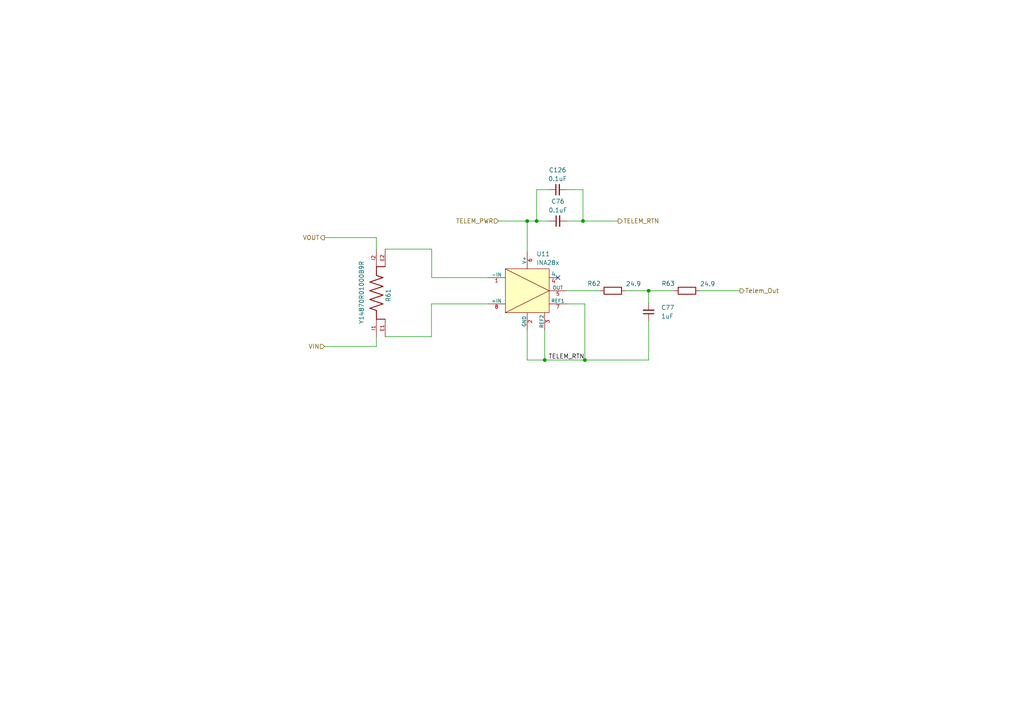
<source format=kicad_sch>
(kicad_sch
	(version 20250114)
	(generator "eeschema")
	(generator_version "9.0")
	(uuid "04b877f5-894a-48d4-b1cd-5a6888fed88f")
	(paper "A4")
	(lib_symbols
		(symbol "Foil_Resistors:Y14870R01000B9R"
			(pin_names
				(offset 1.016)
			)
			(exclude_from_sim no)
			(in_bom yes)
			(on_board yes)
			(property "Reference" "R"
				(at -5.08 3.81 0)
				(effects
					(font
						(size 1.27 1.27)
					)
					(justify left bottom)
				)
			)
			(property "Value" "Y14870R01000B9R"
				(at -5.08 -5.08 0)
				(effects
					(font
						(size 1.27 1.27)
					)
					(justify left bottom)
				)
			)
			(property "Footprint" "Foil_Resistors:Y14870R01000B9R_10mOhm"
				(at 0 0 0)
				(effects
					(font
						(size 1.27 1.27)
					)
					(justify bottom)
					(hide yes)
				)
			)
			(property "Datasheet" "https://vpgfoilresistors.com/products/current-sense-resistors/csm2512/datasheet"
				(at 0 0 0)
				(effects
					(font
						(size 1.27 1.27)
					)
					(hide yes)
				)
			)
			(property "Description" "10 mOhms ±0.1% 1W Chip Resistor 2512 (6432 Metric) Current Sense, Moisture Resistant Metal Foil"
				(at 0 0 0)
				(effects
					(font
						(size 1.27 1.27)
					)
					(hide yes)
				)
			)
			(property "Manufacturer" "Vishay"
				(at 0 0 0)
				(effects
					(font
						(size 1.27 1.27)
					)
					(justify bottom)
					(hide yes)
				)
			)
			(property "Man. Part Num" "Y14870R01000B9R"
				(at 0 0 0)
				(effects
					(font
						(size 1.27 1.27)
					)
					(hide yes)
				)
			)
			(property "Distributor" "Digi-Key"
				(at 0 0 0)
				(effects
					(font
						(size 1.27 1.27)
					)
					(hide yes)
				)
			)
			(property "Dist. Part Num" "804-1044-1-ND"
				(at 0 0 0)
				(effects
					(font
						(size 1.27 1.27)
					)
					(hide yes)
				)
			)
			(property "Part Type" "SMD"
				(at 0 0 0)
				(effects
					(font
						(size 1.27 1.27)
					)
					(hide yes)
				)
			)
			(property "Package" "2512 (6432 Metric)"
				(at 0 0 0)
				(effects
					(font
						(size 1.27 1.27)
					)
					(hide yes)
				)
			)
			(property "Notes" "10mOhm Resistance"
				(at 0 0 0)
				(effects
					(font
						(size 1.27 1.27)
					)
					(hide yes)
				)
			)
			(symbol "Y14870R01000B9R_0_0"
				(polyline
					(pts
						(xy -7.62 0) (xy -7.62 -2.54)
					)
					(stroke
						(width 0.254)
						(type default)
					)
					(fill
						(type none)
					)
				)
				(polyline
					(pts
						(xy -5.08 0) (xy -7.62 0)
					)
					(stroke
						(width 0.254)
						(type default)
					)
					(fill
						(type none)
					)
				)
				(polyline
					(pts
						(xy -5.08 0) (xy -4.445 1.905)
					)
					(stroke
						(width 0.254)
						(type default)
					)
					(fill
						(type none)
					)
				)
				(polyline
					(pts
						(xy -4.445 1.905) (xy -3.175 -1.905)
					)
					(stroke
						(width 0.254)
						(type default)
					)
					(fill
						(type none)
					)
				)
				(polyline
					(pts
						(xy -3.175 -1.905) (xy -1.905 1.905)
					)
					(stroke
						(width 0.254)
						(type default)
					)
					(fill
						(type none)
					)
				)
				(polyline
					(pts
						(xy -1.905 1.905) (xy -0.635 -1.905)
					)
					(stroke
						(width 0.254)
						(type default)
					)
					(fill
						(type none)
					)
				)
				(polyline
					(pts
						(xy -0.635 -1.905) (xy 0.635 1.905)
					)
					(stroke
						(width 0.254)
						(type default)
					)
					(fill
						(type none)
					)
				)
				(polyline
					(pts
						(xy 0.635 1.905) (xy 1.905 -1.905)
					)
					(stroke
						(width 0.254)
						(type default)
					)
					(fill
						(type none)
					)
				)
				(polyline
					(pts
						(xy 1.905 -1.905) (xy 3.175 1.905)
					)
					(stroke
						(width 0.254)
						(type default)
					)
					(fill
						(type none)
					)
				)
				(polyline
					(pts
						(xy 3.175 1.905) (xy 4.445 -1.905)
					)
					(stroke
						(width 0.254)
						(type default)
					)
					(fill
						(type none)
					)
				)
				(polyline
					(pts
						(xy 4.445 -1.905) (xy 5.08 0)
					)
					(stroke
						(width 0.254)
						(type default)
					)
					(fill
						(type none)
					)
				)
				(polyline
					(pts
						(xy 5.08 0) (xy 7.62 0)
					)
					(stroke
						(width 0.254)
						(type default)
					)
					(fill
						(type none)
					)
				)
				(polyline
					(pts
						(xy 7.62 0) (xy 7.62 -2.54)
					)
					(stroke
						(width 0.254)
						(type default)
					)
					(fill
						(type none)
					)
				)
				(pin passive line
					(at -12.7 0 0)
					(length 5.08)
					(name "~"
						(effects
							(font
								(size 1.016 1.016)
							)
						)
					)
					(number "I1"
						(effects
							(font
								(size 1.016 1.016)
							)
						)
					)
				)
				(pin passive line
					(at -12.7 -2.54 0)
					(length 5.08)
					(name "~"
						(effects
							(font
								(size 1.016 1.016)
							)
						)
					)
					(number "E1"
						(effects
							(font
								(size 1.016 1.016)
							)
						)
					)
				)
				(pin passive line
					(at 12.7 0 180)
					(length 5.08)
					(name "~"
						(effects
							(font
								(size 1.016 1.016)
							)
						)
					)
					(number "I2"
						(effects
							(font
								(size 1.016 1.016)
							)
						)
					)
				)
				(pin passive line
					(at 12.7 -2.54 180)
					(length 5.08)
					(name "~"
						(effects
							(font
								(size 1.016 1.016)
							)
						)
					)
					(number "E2"
						(effects
							(font
								(size 1.016 1.016)
							)
						)
					)
				)
			)
			(embedded_fonts no)
		)
		(symbol "Passive_Parts:C"
			(pin_numbers
				(hide yes)
			)
			(pin_names
				(offset 0)
				(hide yes)
			)
			(exclude_from_sim no)
			(in_bom yes)
			(on_board yes)
			(property "Reference" "C"
				(at 2.54 5.08 0)
				(effects
					(font
						(size 1.27 1.27)
					)
				)
			)
			(property "Value" ""
				(at 0 0 0)
				(effects
					(font
						(size 1.27 1.27)
					)
				)
			)
			(property "Footprint" ""
				(at 0 0 0)
				(effects
					(font
						(size 1.27 1.27)
					)
					(hide yes)
				)
			)
			(property "Datasheet" ""
				(at 0 0 0)
				(effects
					(font
						(size 1.27 1.27)
					)
					(hide yes)
				)
			)
			(property "Description" ""
				(at 0 0 0)
				(effects
					(font
						(size 1.27 1.27)
					)
					(hide yes)
				)
			)
			(property "Manufacturer" ""
				(at 0 0 0)
				(effects
					(font
						(size 1.27 1.27)
					)
					(hide yes)
				)
			)
			(property "Man. Part Num" ""
				(at 0 0 0)
				(effects
					(font
						(size 1.27 1.27)
					)
					(hide yes)
				)
			)
			(property "Distributor" "Digi-Key"
				(at 0 0 0)
				(effects
					(font
						(size 1.27 1.27)
					)
					(hide yes)
				)
			)
			(property "Dist. Part Num" ""
				(at 0 0 0)
				(effects
					(font
						(size 1.27 1.27)
					)
					(hide yes)
				)
			)
			(property "Package" ""
				(at 0 0 0)
				(effects
					(font
						(size 1.27 1.27)
					)
					(hide yes)
				)
			)
			(property "Part Type" "SMD"
				(at 0 0 0)
				(effects
					(font
						(size 1.27 1.27)
					)
					(hide yes)
				)
			)
			(property "Notes" ""
				(at 0 0 0)
				(effects
					(font
						(size 1.27 1.27)
					)
					(hide yes)
				)
			)
			(symbol "C_0_1"
				(polyline
					(pts
						(xy 2.032 1.016) (xy 2.032 4.064)
					)
					(stroke
						(width 0.3048)
						(type default)
					)
					(fill
						(type none)
					)
				)
				(polyline
					(pts
						(xy 3.048 1.016) (xy 3.048 4.064)
					)
					(stroke
						(width 0.3302)
						(type default)
					)
					(fill
						(type none)
					)
				)
			)
			(symbol "C_1_1"
				(pin passive line
					(at 0 2.54 0)
					(length 2.032)
					(name "~"
						(effects
							(font
								(size 1.27 1.27)
							)
						)
					)
					(number "1"
						(effects
							(font
								(size 1.27 1.27)
							)
						)
					)
				)
				(pin passive line
					(at 5.08 2.54 180)
					(length 2.032)
					(name "~"
						(effects
							(font
								(size 1.27 1.27)
							)
						)
					)
					(number "2"
						(effects
							(font
								(size 1.27 1.27)
							)
						)
					)
				)
			)
			(embedded_fonts no)
		)
		(symbol "Passive_Parts:R"
			(pin_numbers
				(hide yes)
			)
			(pin_names
				(offset 0)
				(hide yes)
			)
			(exclude_from_sim no)
			(in_bom yes)
			(on_board yes)
			(property "Reference" "R"
				(at 2.54 5.08 0)
				(effects
					(font
						(size 1.27 1.27)
					)
				)
			)
			(property "Value" ""
				(at 0 0 0)
				(effects
					(font
						(size 1.27 1.27)
					)
				)
			)
			(property "Footprint" ""
				(at 0 0 0)
				(effects
					(font
						(size 1.27 1.27)
					)
					(hide yes)
				)
			)
			(property "Datasheet" ""
				(at 0 0 0)
				(effects
					(font
						(size 1.27 1.27)
					)
					(hide yes)
				)
			)
			(property "Description" ""
				(at 0 0 0)
				(effects
					(font
						(size 1.27 1.27)
					)
					(hide yes)
				)
			)
			(property "Manufacturer" ""
				(at 0 0 0)
				(effects
					(font
						(size 1.27 1.27)
					)
					(hide yes)
				)
			)
			(property "Man. Part Num" ""
				(at 0 0 0)
				(effects
					(font
						(size 1.27 1.27)
					)
					(hide yes)
				)
			)
			(property "Distributor" "Digi-Key"
				(at 0 0 0)
				(effects
					(font
						(size 1.27 1.27)
					)
					(hide yes)
				)
			)
			(property "Dist. Part Num" ""
				(at 0 0 0)
				(effects
					(font
						(size 1.27 1.27)
					)
					(hide yes)
				)
			)
			(property "Part Type" "SMD"
				(at 0 0 0)
				(effects
					(font
						(size 1.27 1.27)
					)
					(hide yes)
				)
			)
			(property "Notes" ""
				(at 0 0 0)
				(effects
					(font
						(size 1.27 1.27)
					)
					(hide yes)
				)
			)
			(property "Package" ""
				(at 0 0 0)
				(effects
					(font
						(size 1.27 1.27)
					)
					(hide yes)
				)
			)
			(symbol "R_0_1"
				(rectangle
					(start 5.08 1.524)
					(end 0 3.556)
					(stroke
						(width 0.254)
						(type default)
					)
					(fill
						(type none)
					)
				)
			)
			(symbol "R_1_1"
				(pin passive line
					(at -1.27 2.54 0)
					(length 1.27)
					(name "~"
						(effects
							(font
								(size 1.27 1.27)
							)
						)
					)
					(number "1"
						(effects
							(font
								(size 1.27 1.27)
							)
						)
					)
				)
				(pin passive line
					(at 6.35 2.54 180)
					(length 1.27)
					(name "~"
						(effects
							(font
								(size 1.27 1.27)
							)
						)
					)
					(number "2"
						(effects
							(font
								(size 1.27 1.27)
							)
						)
					)
				)
			)
			(embedded_fonts no)
		)
		(symbol "Texas_Instruments:INA28x"
			(pin_names
				(offset 0)
			)
			(exclude_from_sim no)
			(in_bom yes)
			(on_board yes)
			(property "Reference" "U"
				(at -2.032 -3.556 0)
				(effects
					(font
						(size 1.27 1.27)
					)
					(justify left bottom)
				)
			)
			(property "Value" "INA28x"
				(at -6.096 14.478 0)
				(effects
					(font
						(size 1.27 1.27)
					)
					(justify left bottom)
				)
			)
			(property "Footprint" "INA285AQDRQ1:SOIC127P599X175-8N"
				(at 8.382 5.588 0)
				(effects
					(font
						(size 1.27 1.27)
					)
					(justify bottom)
					(hide yes)
				)
			)
			(property "Datasheet" "https://www.ti.com/general/docs/suppproductinfo.tsp?distId=10&gotoUrl=https%3A%2F%2Fwww.ti.com%2Flit%2Fgpn%2Fina282-q1"
				(at 0 0 0)
				(effects
					(font
						(size 1.27 1.27)
					)
					(hide yes)
				)
			)
			(property "Description" "IC CURRENT MONITOR 0.4% 8SOIC"
				(at 0 0 0)
				(effects
					(font
						(size 1.27 1.27)
					)
					(hide yes)
				)
			)
			(property "Package" "8-SOIC"
				(at 0 0 0)
				(effects
					(font
						(size 1.27 1.27)
					)
					(hide yes)
				)
			)
			(property "Manufacturer" "Texas Instruments"
				(at 0 0 0)
				(effects
					(font
						(size 1.27 1.27)
					)
					(hide yes)
				)
			)
			(property "Man. Part Num" ""
				(at 0 0 0)
				(effects
					(font
						(size 1.27 1.27)
					)
					(hide yes)
				)
			)
			(property "Distributor" "Digi-Key"
				(at 0 0 0)
				(effects
					(font
						(size 1.27 1.27)
					)
					(hide yes)
				)
			)
			(property "Dist. Part Num" ""
				(at 0 0 0)
				(effects
					(font
						(size 1.27 1.27)
					)
					(hide yes)
				)
			)
			(property "Part Type" "SMD"
				(at 0 0 0)
				(effects
					(font
						(size 1.27 1.27)
					)
					(hide yes)
				)
			)
			(property "Notes" ""
				(at 0 0 0)
				(effects
					(font
						(size 1.27 1.27)
					)
					(hide yes)
				)
			)
			(symbol "INA28x_0_0"
				(pin input line
					(at -5.08 10.16 0)
					(length 5.08)
					(name "-IN"
						(effects
							(font
								(size 1.016 1.016)
							)
						)
					)
					(number "1"
						(effects
							(font
								(size 1.016 1.016)
							)
						)
					)
				)
				(pin input line
					(at -5.08 2.54 0)
					(length 5.08)
					(name "+IN"
						(effects
							(font
								(size 1.016 1.016)
							)
						)
					)
					(number "8"
						(effects
							(font
								(size 1.016 1.016)
							)
						)
					)
				)
				(pin power_in line
					(at 6.35 17.78 270)
					(length 5.08)
					(name "V+"
						(effects
							(font
								(size 1.016 1.016)
							)
						)
					)
					(number "6"
						(effects
							(font
								(size 1.016 1.016)
							)
						)
					)
				)
				(pin power_in line
					(at 6.35 -5.08 90)
					(length 5.08)
					(name "GND"
						(effects
							(font
								(size 1.016 1.016)
							)
						)
					)
					(number "2"
						(effects
							(font
								(size 1.016 1.016)
							)
						)
					)
				)
				(pin input line
					(at 11.43 -5.08 90)
					(length 5.08)
					(name "REF2"
						(effects
							(font
								(size 1.016 1.016)
							)
						)
					)
					(number "3"
						(effects
							(font
								(size 1.016 1.016)
							)
						)
					)
				)
				(pin output line
					(at 17.78 6.35 180)
					(length 5.08)
					(name "OUT"
						(effects
							(font
								(size 1.016 1.016)
							)
						)
					)
					(number "5"
						(effects
							(font
								(size 1.016 1.016)
							)
						)
					)
				)
				(pin input line
					(at 17.78 2.54 180)
					(length 5.08)
					(name "REF1"
						(effects
							(font
								(size 1.016 1.016)
							)
						)
					)
					(number "7"
						(effects
							(font
								(size 1.016 1.016)
							)
						)
					)
				)
			)
			(symbol "INA28x_1_1"
				(rectangle
					(start 0 12.7)
					(end 12.7 0)
					(stroke
						(width 0)
						(type default)
					)
					(fill
						(type background)
					)
				)
				(polyline
					(pts
						(xy 0 12.7) (xy 12.7 6.35) (xy 0 0)
					)
					(stroke
						(width 0)
						(type default)
					)
					(fill
						(type none)
					)
				)
				(pin passive line
					(at 15.24 10.16 180)
					(length 2.54)
					(name "4"
						(effects
							(font
								(size 1.27 1.27)
							)
						)
					)
					(number "4"
						(effects
							(font
								(size 1.27 1.27)
							)
						)
					)
				)
			)
			(embedded_fonts no)
		)
	)
	(junction
		(at 157.9897 104.4252)
		(diameter 0)
		(color 0 0 0 0)
		(uuid "3f3242e7-b121-4eda-b089-d370009a55f0")
	)
	(junction
		(at 169.0938 64.1073)
		(diameter 0)
		(color 0 0 0 0)
		(uuid "73a9fd75-7e20-45fd-a297-5510249bccc9")
	)
	(junction
		(at 169.6292 104.4252)
		(diameter 0)
		(color 0 0 0 0)
		(uuid "790f0157-2298-457e-9d9e-bda055d0e7eb")
	)
	(junction
		(at 155.6417 64.1073)
		(diameter 0)
		(color 0 0 0 0)
		(uuid "7d24fa71-8175-4d33-b8eb-feebcdc671a7")
	)
	(junction
		(at 188.1295 84.3357)
		(diameter 0)
		(color 0 0 0 0)
		(uuid "9322dd5c-0a3d-4996-82a0-6afa7ad3c4ec")
	)
	(junction
		(at 152.9097 64.1073)
		(diameter 0)
		(color 0 0 0 0)
		(uuid "ed0232b8-7ae5-4461-bc8b-d49720eb47c9")
	)
	(no_connect
		(at 161.7997 80.5257)
		(uuid "97acef50-73b1-4610-abe8-61be9c2a796e")
	)
	(wire
		(pts
			(xy 169.6292 88.1457) (xy 164.3397 88.1457)
		)
		(stroke
			(width 0)
			(type default)
		)
		(uuid "0232cd2a-9918-4f20-819f-ba0dd94568e4")
	)
	(wire
		(pts
			(xy 181.552 84.3357) (xy 188.1295 84.3357)
		)
		(stroke
			(width 0)
			(type default)
		)
		(uuid "20a50f45-5508-4739-9ced-3664a00e64ba")
	)
	(wire
		(pts
			(xy 125.1383 97.6604) (xy 125.1383 88.1457)
		)
		(stroke
			(width 0)
			(type default)
		)
		(uuid "39ec4a9f-32f9-43da-a665-19a18bb477e8")
	)
	(wire
		(pts
			(xy 152.9097 95.7657) (xy 152.9097 104.4252)
		)
		(stroke
			(width 0)
			(type default)
		)
		(uuid "4351d47e-8f9a-4030-8ebb-9452b02ac455")
	)
	(wire
		(pts
			(xy 169.0938 55.0082) (xy 169.0938 64.1073)
		)
		(stroke
			(width 0)
			(type default)
		)
		(uuid "47146321-441b-46be-b3cf-0fd822b7c3aa")
	)
	(wire
		(pts
			(xy 157.9897 104.4252) (xy 169.6292 104.4252)
		)
		(stroke
			(width 0)
			(type default)
		)
		(uuid "495c0d57-0415-4bd4-9c8a-4a6802245ccc")
	)
	(wire
		(pts
			(xy 109.1757 100.4916) (xy 109.1757 97.6604)
		)
		(stroke
			(width 0)
			(type default)
		)
		(uuid "4b7248dd-9f60-4eaa-b6a2-80b65c481822")
	)
	(wire
		(pts
			(xy 109.1757 68.9259) (xy 109.1757 72.2604)
		)
		(stroke
			(width 0)
			(type default)
		)
		(uuid "5b326d9a-0453-4da4-aab1-45529d983c37")
	)
	(wire
		(pts
			(xy 188.1295 87.9336) (xy 188.1295 84.3357)
		)
		(stroke
			(width 0)
			(type default)
		)
		(uuid "658ca610-bde7-44ea-af94-c09e0a8e3cb2")
	)
	(wire
		(pts
			(xy 169.0938 64.1073) (xy 179.2824 64.1073)
		)
		(stroke
			(width 0)
			(type default)
		)
		(uuid "6915a321-1391-4bd2-8a13-4ef143c2e7e6")
	)
	(wire
		(pts
			(xy 164.2647 55.0082) (xy 169.0938 55.0082)
		)
		(stroke
			(width 0)
			(type default)
		)
		(uuid "6c3010dc-5ba8-4f32-974f-a13658564500")
	)
	(wire
		(pts
			(xy 155.6417 64.1073) (xy 159.2704 64.1073)
		)
		(stroke
			(width 0)
			(type default)
		)
		(uuid "7d3face1-0857-4b5e-8845-d9ccef0b8db6")
	)
	(wire
		(pts
			(xy 157.9897 95.7657) (xy 157.9897 104.4252)
		)
		(stroke
			(width 0)
			(type default)
		)
		(uuid "83808753-7051-4587-8f26-b6c10e6cefb7")
	)
	(wire
		(pts
			(xy 188.1295 84.3357) (xy 195.4392 84.3357)
		)
		(stroke
			(width 0)
			(type default)
		)
		(uuid "893dc823-dc93-4a8c-bfb0-c7ee25285229")
	)
	(wire
		(pts
			(xy 152.9097 104.4252) (xy 157.9897 104.4252)
		)
		(stroke
			(width 0)
			(type default)
		)
		(uuid "945a16c2-bc1b-44d1-8e9d-a4b9ee842394")
	)
	(wire
		(pts
			(xy 111.7157 72.2604) (xy 125.2102 72.2604)
		)
		(stroke
			(width 0)
			(type default)
		)
		(uuid "9652e29b-e477-4248-9354-7e6c3fd8fce9")
	)
	(wire
		(pts
			(xy 155.6417 64.1073) (xy 155.6417 55.0082)
		)
		(stroke
			(width 0)
			(type default)
		)
		(uuid "98415ed5-5d93-4bbe-b9a0-bbbd991a97bc")
	)
	(wire
		(pts
			(xy 94.1478 68.9259) (xy 109.1757 68.9259)
		)
		(stroke
			(width 0)
			(type default)
		)
		(uuid "b4d5d00b-c56f-4d59-8d91-7037bb4865a8")
	)
	(wire
		(pts
			(xy 164.3504 64.1073) (xy 169.0938 64.1073)
		)
		(stroke
			(width 0)
			(type default)
		)
		(uuid "b708f69b-c722-47bc-aa67-53e59f9c7bd2")
	)
	(wire
		(pts
			(xy 155.6417 55.0082) (xy 159.1847 55.0082)
		)
		(stroke
			(width 0)
			(type default)
		)
		(uuid "b92c4df5-862a-4c37-802f-00aa429b4dcb")
	)
	(wire
		(pts
			(xy 188.1295 104.4252) (xy 169.6292 104.4252)
		)
		(stroke
			(width 0)
			(type default)
		)
		(uuid "be77ea41-55a3-4bb4-bf6e-513786e8deee")
	)
	(wire
		(pts
			(xy 125.2102 80.5257) (xy 141.4797 80.5257)
		)
		(stroke
			(width 0)
			(type default)
		)
		(uuid "cdb58928-49b7-4bd6-8689-8b97dc02f00c")
	)
	(wire
		(pts
			(xy 164.3397 84.3357) (xy 173.932 84.3357)
		)
		(stroke
			(width 0)
			(type default)
		)
		(uuid "d68b7e1e-e043-4f22-8842-2a0d554ae680")
	)
	(wire
		(pts
			(xy 169.6292 104.4252) (xy 169.6292 88.1457)
		)
		(stroke
			(width 0)
			(type default)
		)
		(uuid "daeb6a4a-cb58-4673-a11a-b4347b53440b")
	)
	(wire
		(pts
			(xy 144.5808 64.1073) (xy 152.9097 64.1073)
		)
		(stroke
			(width 0)
			(type default)
		)
		(uuid "de820700-f627-4294-bf21-06b664023086")
	)
	(wire
		(pts
			(xy 152.9097 64.1073) (xy 155.6417 64.1073)
		)
		(stroke
			(width 0)
			(type default)
		)
		(uuid "dfb60b09-f551-4115-b782-edb3fdd97280")
	)
	(wire
		(pts
			(xy 152.9097 72.9057) (xy 152.9097 64.1073)
		)
		(stroke
			(width 0)
			(type default)
		)
		(uuid "e30cfa6f-bbaf-44fd-925d-b642ef061fdd")
	)
	(wire
		(pts
			(xy 125.1383 88.1457) (xy 141.4797 88.1457)
		)
		(stroke
			(width 0)
			(type default)
		)
		(uuid "e71440f5-429b-40f7-8565-bab0fbfbe934")
	)
	(wire
		(pts
			(xy 94.1239 100.4916) (xy 109.1757 100.4916)
		)
		(stroke
			(width 0)
			(type default)
		)
		(uuid "eb69e460-2484-403d-bf09-7bb50b568d7e")
	)
	(wire
		(pts
			(xy 188.1295 93.0136) (xy 188.1295 104.4252)
		)
		(stroke
			(width 0)
			(type default)
		)
		(uuid "ebf163c5-3334-4dd6-9243-2cc1dafeb6b6")
	)
	(wire
		(pts
			(xy 125.2102 72.2604) (xy 125.2102 80.5257)
		)
		(stroke
			(width 0)
			(type default)
		)
		(uuid "ed238deb-03de-4bcc-81f2-7010a1ece66f")
	)
	(wire
		(pts
			(xy 111.7157 97.6604) (xy 125.1383 97.6604)
		)
		(stroke
			(width 0)
			(type default)
		)
		(uuid "edb81cb4-c034-4a45-a8ea-0223b40e0e50")
	)
	(wire
		(pts
			(xy 203.0592 84.3357) (xy 214.6135 84.3357)
		)
		(stroke
			(width 0)
			(type default)
		)
		(uuid "f5b225fd-90d2-411d-8e84-d7075eed682d")
	)
	(label "TELEM_RTN"
		(at 159.0594 104.4252 0)
		(effects
			(font
				(size 1.27 1.27)
			)
			(justify left bottom)
		)
		(uuid "1d2103e8-1604-4293-8123-e34257507d7a")
	)
	(hierarchical_label "TELEM_PWR"
		(shape input)
		(at 144.5808 64.1073 180)
		(effects
			(font
				(size 1.27 1.27)
			)
			(justify right)
		)
		(uuid "4ec736ac-4cd1-434d-854f-8cf6cc6ab674")
	)
	(hierarchical_label "TELEM_RTN"
		(shape output)
		(at 179.2824 64.1073 0)
		(effects
			(font
				(size 1.27 1.27)
			)
			(justify left)
		)
		(uuid "6754bd89-b115-4528-ab5b-511a39cd65f5")
	)
	(hierarchical_label "VIN"
		(shape input)
		(at 94.1239 100.4916 180)
		(effects
			(font
				(size 1.27 1.27)
			)
			(justify right)
		)
		(uuid "8e250b57-24ff-438e-b366-712b1fca2514")
	)
	(hierarchical_label "VOUT"
		(shape output)
		(at 94.1478 68.9259 180)
		(effects
			(font
				(size 1.27 1.27)
			)
			(justify right)
		)
		(uuid "9d1e5c0c-ba30-47b5-a63f-5094bf0a747f")
	)
	(hierarchical_label "Telem_Out"
		(shape output)
		(at 214.6135 84.3357 0)
		(effects
			(font
				(size 1.27 1.27)
			)
			(justify left)
		)
		(uuid "a59f817d-91fc-4ea6-acdb-47e8ec8fc939")
	)
	(symbol
		(lib_id "Foil_Resistors:Y14870R01000B9R")
		(at 109.1757 84.9604 90)
		(unit 1)
		(exclude_from_sim no)
		(in_bom yes)
		(on_board yes)
		(dnp no)
		(uuid "01384bcc-9c48-4c09-a031-c63ca58cdcb4")
		(property "Reference" "R52"
			(at 112.6199 83.6903 0)
			(effects
				(font
					(size 1.27 1.27)
				)
				(justify right)
			)
		)
		(property "Value" "Y14870R01000B9R"
			(at 104.8615 75.6129 0)
			(effects
				(font
					(size 1.27 1.27)
				)
				(justify right)
			)
		)
		(property "Footprint" "Foil_Resistors:Y14870R01000B9R_10mOhm"
			(at 109.1757 84.9604 0)
			(effects
				(font
					(size 1.27 1.27)
				)
				(justify bottom)
				(hide yes)
			)
		)
		(property "Datasheet" "https://vpgfoilresistors.com/products/current-sense-resistors/csm2512/datasheet"
			(at 109.1757 84.9604 0)
			(effects
				(font
					(size 1.27 1.27)
				)
				(hide yes)
			)
		)
		(property "Description" "10 mOhms ±0.1% 1W Chip Resistor 2512 (6432 Metric) Current Sense, Moisture Resistant Metal Foil"
			(at 109.1757 84.9604 0)
			(effects
				(font
					(size 1.27 1.27)
				)
				(hide yes)
			)
		)
		(property "Manufacturer" "Vishay"
			(at 109.1757 84.9604 0)
			(effects
				(font
					(size 1.27 1.27)
				)
				(justify bottom)
				(hide yes)
			)
		)
		(property "Man. Part Num" "Y14870R01000B9R"
			(at 109.1757 84.9604 0)
			(effects
				(font
					(size 1.27 1.27)
				)
				(hide yes)
			)
		)
		(property "Distributor" "Digi-Key"
			(at 109.1757 84.9604 0)
			(effects
				(font
					(size 1.27 1.27)
				)
				(hide yes)
			)
		)
		(property "Dist. Part Num" "804-1044-1-ND"
			(at 109.1757 84.9604 0)
			(effects
				(font
					(size 1.27 1.27)
				)
				(hide yes)
			)
		)
		(property "Part Type" "SMD"
			(at 109.1757 84.9604 0)
			(effects
				(font
					(size 1.27 1.27)
				)
				(hide yes)
			)
		)
		(property "Package" "2512 (6432 Metric)"
			(at 109.1757 84.9604 0)
			(effects
				(font
					(size 1.27 1.27)
				)
				(hide yes)
			)
		)
		(property "Notes" "10mOhm Resistance"
			(at 109.1757 84.9604 0)
			(effects
				(font
					(size 1.27 1.27)
				)
				(hide yes)
			)
		)
		(pin "I2"
			(uuid "3317625e-0fe8-4aaf-b083-202c6a19b558")
		)
		(pin "I1"
			(uuid "a6c18569-b455-4e3d-8553-1a299b4a8213")
		)
		(pin "E2"
			(uuid "aeafe3e9-c7e9-4cfe-94ec-9c1930e31368")
		)
		(pin "E1"
			(uuid "33a9bd92-2355-4a89-8ef3-afe5ea2164dd")
		)
		(instances
			(project "GRAMS_CPU_PDU"
				(path "/55dc6af3-8895-4b35-aaf0-b3810c84e0eb/0f722665-c262-4447-ac8d-0b3141c51f2e/3cb50141-f8fb-415b-a8e7-e5425b3b129e"
					(reference "R61")
					(unit 1)
				)
				(path "/55dc6af3-8895-4b35-aaf0-b3810c84e0eb/0f722665-c262-4447-ac8d-0b3141c51f2e/4e587a16-5ebd-4598-aee1-087db7f38dc7"
					(reference "R52")
					(unit 1)
				)
				(path "/55dc6af3-8895-4b35-aaf0-b3810c84e0eb/0f722665-c262-4447-ac8d-0b3141c51f2e/57859768-24a8-4cfa-8cc7-1ad89e395975"
					(reference "R64")
					(unit 1)
				)
				(path "/55dc6af3-8895-4b35-aaf0-b3810c84e0eb/0f722665-c262-4447-ac8d-0b3141c51f2e/7af3177b-671e-491f-980b-d5e5dc44948e"
					(reference "R58")
					(unit 1)
				)
				(path "/55dc6af3-8895-4b35-aaf0-b3810c84e0eb/0f722665-c262-4447-ac8d-0b3141c51f2e/b93af845-0b48-48c7-b1a2-f312fc96b172"
					(reference "R70")
					(unit 1)
				)
				(path "/55dc6af3-8895-4b35-aaf0-b3810c84e0eb/0f722665-c262-4447-ac8d-0b3141c51f2e/c30939b9-5c16-4283-8d64-ff65f5884030"
					(reference "R67")
					(unit 1)
				)
				(path "/55dc6af3-8895-4b35-aaf0-b3810c84e0eb/0f722665-c262-4447-ac8d-0b3141c51f2e/c73650d5-45df-45ac-865a-66a337b463d2"
					(reference "R55")
					(unit 1)
				)
			)
		)
	)
	(symbol
		(lib_id "Texas_Instruments:INA28x")
		(at 146.5597 90.6857 0)
		(unit 1)
		(exclude_from_sim no)
		(in_bom yes)
		(on_board yes)
		(dnp no)
		(fields_autoplaced yes)
		(uuid "2c8ef628-2ba9-49ec-ac60-c2ea22e8fed7")
		(property "Reference" "U11"
			(at 155.5768 73.66 0)
			(effects
				(font
					(size 1.27 1.27)
				)
				(justify left)
			)
		)
		(property "Value" "INA28x"
			(at 155.5768 76.2 0)
			(effects
				(font
					(size 1.27 1.27)
				)
				(justify left)
			)
		)
		(property "Footprint" "Texas_Instruments:INA28x_VSSOP"
			(at 154.9417 85.0977 0)
			(effects
				(font
					(size 1.27 1.27)
				)
				(justify bottom)
				(hide yes)
			)
		)
		(property "Datasheet" "https://www.ti.com/general/docs/suppproductinfo.tsp?distId=10&gotoUrl=https%3A%2F%2Fwww.ti.com%2Flit%2Fgpn%2Fina282-q1"
			(at 146.5597 90.6857 0)
			(effects
				(font
					(size 1.27 1.27)
				)
				(hide yes)
			)
		)
		(property "Description" "IC CURRENT MONITOR 0.4% 8SOIC"
			(at 146.5597 90.6857 0)
			(effects
				(font
					(size 1.27 1.27)
				)
				(hide yes)
			)
		)
		(property "Manufacturer" "Texas Instruments"
			(at 146.5597 90.6857 0)
			(effects
				(font
					(size 1.27 1.27)
				)
				(hide yes)
			)
		)
		(property "Man. Part Num" ""
			(at 146.5597 90.6857 0)
			(effects
				(font
					(size 1.27 1.27)
				)
				(hide yes)
			)
		)
		(property "Distributor" "Digi-Key"
			(at 146.5597 90.6857 0)
			(effects
				(font
					(size 1.27 1.27)
				)
				(hide yes)
			)
		)
		(property "Dist. Part Num" ""
			(at 146.5597 90.6857 0)
			(effects
				(font
					(size 1.27 1.27)
				)
				(hide yes)
			)
		)
		(property "Part Type" "SMD"
			(at 146.5597 90.6857 0)
			(effects
				(font
					(size 1.27 1.27)
				)
				(hide yes)
			)
		)
		(property "Package" "8-SOIC"
			(at 146.5597 90.6857 0)
			(effects
				(font
					(size 1.27 1.27)
				)
				(hide yes)
			)
		)
		(property "Notes" ""
			(at 146.5597 90.6857 0)
			(effects
				(font
					(size 1.27 1.27)
				)
				(hide yes)
			)
		)
		(pin "2"
			(uuid "f2302f1e-b5f4-4cfc-9197-811d65551b4c")
		)
		(pin "6"
			(uuid "01c0898b-4956-4965-aa43-c3e4a8b10adc")
		)
		(pin "7"
			(uuid "0b91d478-b3b4-420f-b068-4ad58e1784ef")
		)
		(pin "8"
			(uuid "cd1b02a4-63c2-48c2-958f-e9c10688608e")
		)
		(pin "4"
			(uuid "403eb71f-16f1-4c43-9511-e0d3d99db530")
		)
		(pin "1"
			(uuid "854d8f59-6e35-448a-a81d-60649c307738")
		)
		(pin "3"
			(uuid "a2c4ebef-712d-4a02-b9e7-cc1db8d9fa22")
		)
		(pin "5"
			(uuid "97cf0db4-4a93-495e-af21-e54a8e0e0089")
		)
		(instances
			(project ""
				(path "/55dc6af3-8895-4b35-aaf0-b3810c84e0eb"
					(reference "U11")
					(unit 1)
				)
				(path "/55dc6af3-8895-4b35-aaf0-b3810c84e0eb/0f722665-c262-4447-ac8d-0b3141c51f2e/3cb50141-f8fb-415b-a8e7-e5425b3b129e"
					(reference "U14")
					(unit 1)
				)
				(path "/55dc6af3-8895-4b35-aaf0-b3810c84e0eb/0f722665-c262-4447-ac8d-0b3141c51f2e/4e587a16-5ebd-4598-aee1-087db7f38dc7"
					(reference "U11")
					(unit 1)
				)
				(path "/55dc6af3-8895-4b35-aaf0-b3810c84e0eb/0f722665-c262-4447-ac8d-0b3141c51f2e/57859768-24a8-4cfa-8cc7-1ad89e395975"
					(reference "U15")
					(unit 1)
				)
				(path "/55dc6af3-8895-4b35-aaf0-b3810c84e0eb/0f722665-c262-4447-ac8d-0b3141c51f2e/7af3177b-671e-491f-980b-d5e5dc44948e"
					(reference "U13")
					(unit 1)
				)
				(path "/55dc6af3-8895-4b35-aaf0-b3810c84e0eb/0f722665-c262-4447-ac8d-0b3141c51f2e/b93af845-0b48-48c7-b1a2-f312fc96b172"
					(reference "U17")
					(unit 1)
				)
				(path "/55dc6af3-8895-4b35-aaf0-b3810c84e0eb/0f722665-c262-4447-ac8d-0b3141c51f2e/c30939b9-5c16-4283-8d64-ff65f5884030"
					(reference "U16")
					(unit 1)
				)
				(path "/55dc6af3-8895-4b35-aaf0-b3810c84e0eb/0f722665-c262-4447-ac8d-0b3141c51f2e/c73650d5-45df-45ac-865a-66a337b463d2"
					(reference "U12")
					(unit 1)
				)
			)
		)
	)
	(symbol
		(lib_id "Passive_Parts:R")
		(at 175.202 86.8757 0)
		(unit 1)
		(exclude_from_sim no)
		(in_bom yes)
		(on_board yes)
		(dnp no)
		(uuid "4e057aca-5c08-42bb-b7c1-37b86d11081d")
		(property "Reference" "R53"
			(at 172.2899 82.2379 0)
			(effects
				(font
					(size 1.27 1.27)
				)
			)
		)
		(property "Value" "24.9"
			(at 183.7225 82.3458 0)
			(effects
				(font
					(size 1.27 1.27)
				)
			)
		)
		(property "Footprint" "Resistor_SMD:R_0603_1608Metric"
			(at 175.202 86.8757 0)
			(effects
				(font
					(size 1.27 1.27)
				)
				(hide yes)
			)
		)
		(property "Datasheet" "https://www.seielect.com/catalog/sei-rncf.pdf"
			(at 175.202 86.8757 0)
			(effects
				(font
					(size 1.27 1.27)
				)
				(hide yes)
			)
		)
		(property "Description" "24.9 Ohms ±0.01% 0.1W, 1/10W Chip Resistor 0603 (1608 Metric) Automotive AEC-Q200 Thin Film"
			(at 175.202 86.8757 0)
			(effects
				(font
					(size 1.27 1.27)
				)
				(hide yes)
			)
		)
		(property "Manufacturer" "Stackpole Electronics Inc"
			(at 175.202 86.8757 0)
			(effects
				(font
					(size 1.27 1.27)
				)
				(hide yes)
			)
		)
		(property "Man. Part Num" "RNCF0603TKY24R9"
			(at 175.202 86.8757 0)
			(effects
				(font
					(size 1.27 1.27)
				)
				(hide yes)
			)
		)
		(property "Distributor" "Digi-Key"
			(at 175.202 86.8757 0)
			(effects
				(font
					(size 1.27 1.27)
				)
				(hide yes)
			)
		)
		(property "Dist. Part Num" "RNCF0603TKY24R9CT-ND"
			(at 175.202 86.8757 0)
			(effects
				(font
					(size 1.27 1.27)
				)
				(hide yes)
			)
		)
		(property "Part Type" "SMD"
			(at 175.202 86.8757 0)
			(effects
				(font
					(size 1.27 1.27)
				)
				(hide yes)
			)
		)
		(property "Notes" ""
			(at 175.202 86.8757 0)
			(effects
				(font
					(size 1.27 1.27)
				)
				(hide yes)
			)
		)
		(property "Package" "0603 (1608 Metric)"
			(at 175.202 86.8757 0)
			(effects
				(font
					(size 1.27 1.27)
				)
				(hide yes)
			)
		)
		(pin "2"
			(uuid "a44d402d-de21-4b19-b264-23d7389b550b")
		)
		(pin "1"
			(uuid "59bdb5a9-96b7-4842-b32e-a6329e42b2ab")
		)
		(instances
			(project "GRAMS_CPU_PDU"
				(path "/55dc6af3-8895-4b35-aaf0-b3810c84e0eb/0f722665-c262-4447-ac8d-0b3141c51f2e/3cb50141-f8fb-415b-a8e7-e5425b3b129e"
					(reference "R62")
					(unit 1)
				)
				(path "/55dc6af3-8895-4b35-aaf0-b3810c84e0eb/0f722665-c262-4447-ac8d-0b3141c51f2e/4e587a16-5ebd-4598-aee1-087db7f38dc7"
					(reference "R53")
					(unit 1)
				)
				(path "/55dc6af3-8895-4b35-aaf0-b3810c84e0eb/0f722665-c262-4447-ac8d-0b3141c51f2e/57859768-24a8-4cfa-8cc7-1ad89e395975"
					(reference "R65")
					(unit 1)
				)
				(path "/55dc6af3-8895-4b35-aaf0-b3810c84e0eb/0f722665-c262-4447-ac8d-0b3141c51f2e/7af3177b-671e-491f-980b-d5e5dc44948e"
					(reference "R59")
					(unit 1)
				)
				(path "/55dc6af3-8895-4b35-aaf0-b3810c84e0eb/0f722665-c262-4447-ac8d-0b3141c51f2e/b93af845-0b48-48c7-b1a2-f312fc96b172"
					(reference "R71")
					(unit 1)
				)
				(path "/55dc6af3-8895-4b35-aaf0-b3810c84e0eb/0f722665-c262-4447-ac8d-0b3141c51f2e/c30939b9-5c16-4283-8d64-ff65f5884030"
					(reference "R68")
					(unit 1)
				)
				(path "/55dc6af3-8895-4b35-aaf0-b3810c84e0eb/0f722665-c262-4447-ac8d-0b3141c51f2e/c73650d5-45df-45ac-865a-66a337b463d2"
					(reference "R56")
					(unit 1)
				)
			)
		)
	)
	(symbol
		(lib_id "Passive_Parts:C")
		(at 159.1847 57.5482 0)
		(unit 1)
		(exclude_from_sim no)
		(in_bom yes)
		(on_board yes)
		(dnp no)
		(uuid "a71e12e7-c456-428d-8bc3-c696b30151be")
		(property "Reference" "C123"
			(at 161.731 49.3209 0)
			(effects
				(font
					(size 1.27 1.27)
				)
			)
		)
		(property "Value" "0.1uF"
			(at 161.731 51.8609 0)
			(effects
				(font
					(size 1.27 1.27)
				)
			)
		)
		(property "Footprint" "Capacitor_SMD:C_0402_1005Metric"
			(at 159.1847 57.5482 0)
			(effects
				(font
					(size 1.27 1.27)
				)
				(hide yes)
			)
		)
		(property "Datasheet" "https://mm.digikey.com/Volume0/opasdata/d220001/medias/docus/609/CL05B104KP5NNNC_Spec.pdf"
			(at 159.1847 57.5482 0)
			(effects
				(font
					(size 1.27 1.27)
				)
				(hide yes)
			)
		)
		(property "Description" "0.1 µF ±10% 10V Ceramic Capacitor X7R 0402 (1005 Metric)"
			(at 159.1847 57.5482 0)
			(effects
				(font
					(size 1.27 1.27)
				)
				(hide yes)
			)
		)
		(property "Manufacturer" "Samsung Electro-Mechanics"
			(at 159.1847 57.5482 0)
			(effects
				(font
					(size 1.27 1.27)
				)
				(hide yes)
			)
		)
		(property "Man. Part Num" "CL05B104KP5NNNC"
			(at 159.1847 57.5482 0)
			(effects
				(font
					(size 1.27 1.27)
				)
				(hide yes)
			)
		)
		(property "Distributor" "Digi-Key"
			(at 159.1847 57.5482 0)
			(effects
				(font
					(size 1.27 1.27)
				)
				(hide yes)
			)
		)
		(property "Dist. Part Num" "1276-1002-1-ND"
			(at 159.1847 57.5482 0)
			(effects
				(font
					(size 1.27 1.27)
				)
				(hide yes)
			)
		)
		(property "Package" "0402 (1005 Metric)"
			(at 159.1847 57.5482 0)
			(effects
				(font
					(size 1.27 1.27)
				)
				(hide yes)
			)
		)
		(property "Part Type" "SMD"
			(at 159.1847 57.5482 0)
			(effects
				(font
					(size 1.27 1.27)
				)
				(hide yes)
			)
		)
		(property "Notes" ""
			(at 159.1847 57.5482 0)
			(effects
				(font
					(size 1.27 1.27)
				)
				(hide yes)
			)
		)
		(pin "1"
			(uuid "30638bf2-8a26-4576-b8ad-b634fc35b505")
		)
		(pin "2"
			(uuid "26e7a5a7-6c18-4ce0-9a3c-6977bbbbc145")
		)
		(instances
			(project "GRAMS_CPU_PDU"
				(path "/55dc6af3-8895-4b35-aaf0-b3810c84e0eb/0f722665-c262-4447-ac8d-0b3141c51f2e/3cb50141-f8fb-415b-a8e7-e5425b3b129e"
					(reference "C126")
					(unit 1)
				)
				(path "/55dc6af3-8895-4b35-aaf0-b3810c84e0eb/0f722665-c262-4447-ac8d-0b3141c51f2e/4e587a16-5ebd-4598-aee1-087db7f38dc7"
					(reference "C123")
					(unit 1)
				)
				(path "/55dc6af3-8895-4b35-aaf0-b3810c84e0eb/0f722665-c262-4447-ac8d-0b3141c51f2e/57859768-24a8-4cfa-8cc7-1ad89e395975"
					(reference "C127")
					(unit 1)
				)
				(path "/55dc6af3-8895-4b35-aaf0-b3810c84e0eb/0f722665-c262-4447-ac8d-0b3141c51f2e/7af3177b-671e-491f-980b-d5e5dc44948e"
					(reference "C125")
					(unit 1)
				)
				(path "/55dc6af3-8895-4b35-aaf0-b3810c84e0eb/0f722665-c262-4447-ac8d-0b3141c51f2e/b93af845-0b48-48c7-b1a2-f312fc96b172"
					(reference "C129")
					(unit 1)
				)
				(path "/55dc6af3-8895-4b35-aaf0-b3810c84e0eb/0f722665-c262-4447-ac8d-0b3141c51f2e/c30939b9-5c16-4283-8d64-ff65f5884030"
					(reference "C128")
					(unit 1)
				)
				(path "/55dc6af3-8895-4b35-aaf0-b3810c84e0eb/0f722665-c262-4447-ac8d-0b3141c51f2e/c73650d5-45df-45ac-865a-66a337b463d2"
					(reference "C124")
					(unit 1)
				)
			)
		)
	)
	(symbol
		(lib_id "Passive_Parts:C")
		(at 190.6695 93.0136 90)
		(unit 1)
		(exclude_from_sim no)
		(in_bom yes)
		(on_board yes)
		(dnp no)
		(fields_autoplaced yes)
		(uuid "b6094ca1-3194-4d82-ad73-336ea99d44c9")
		(property "Reference" "C71"
			(at 191.7223 89.1971 90)
			(effects
				(font
					(size 1.27 1.27)
				)
				(justify right)
			)
		)
		(property "Value" "1uF"
			(at 191.7223 91.7371 90)
			(effects
				(font
					(size 1.27 1.27)
				)
				(justify right)
			)
		)
		(property "Footprint" "Capacitor_SMD:C_0603_1608Metric"
			(at 190.6695 93.0136 0)
			(effects
				(font
					(size 1.27 1.27)
				)
				(hide yes)
			)
		)
		(property "Datasheet" "https://mm.digikey.com/Volume0/opasdata/d220001/medias/docus/3584/CL10B105KP8NNNC_Spec.pdf"
			(at 190.6695 93.0136 0)
			(effects
				(font
					(size 1.27 1.27)
				)
				(hide yes)
			)
		)
		(property "Description" "1 µF ±10% 10V Ceramic Capacitor X7R 0603 (1608 Metric)"
			(at 190.6695 93.0136 0)
			(effects
				(font
					(size 1.27 1.27)
				)
				(hide yes)
			)
		)
		(property "Manufacturer" "Samsung Electro-Mechanics"
			(at 190.6695 93.0136 0)
			(effects
				(font
					(size 1.27 1.27)
				)
				(hide yes)
			)
		)
		(property "Man. Part Num" "CL10B105KP8NNNC"
			(at 190.6695 93.0136 0)
			(effects
				(font
					(size 1.27 1.27)
				)
				(hide yes)
			)
		)
		(property "Distributor" "Digi-Key"
			(at 190.6695 93.0136 0)
			(effects
				(font
					(size 1.27 1.27)
				)
				(hide yes)
			)
		)
		(property "Dist. Part Num" "1276-1946-1-ND"
			(at 190.6695 93.0136 0)
			(effects
				(font
					(size 1.27 1.27)
				)
				(hide yes)
			)
		)
		(property "Package" "0603 (1608 Metric)"
			(at 190.6695 93.0136 0)
			(effects
				(font
					(size 1.27 1.27)
				)
				(hide yes)
			)
		)
		(property "Part Type" "SMD"
			(at 190.6695 93.0136 0)
			(effects
				(font
					(size 1.27 1.27)
				)
				(hide yes)
			)
		)
		(property "Notes" ""
			(at 190.6695 93.0136 0)
			(effects
				(font
					(size 1.27 1.27)
				)
				(hide yes)
			)
		)
		(pin "1"
			(uuid "b57bd11a-d8f5-41c9-b0de-eea36ae1d54d")
		)
		(pin "2"
			(uuid "2396f8d6-4b1f-4d54-b5c9-a9d65e9771c6")
		)
		(instances
			(project "GRAMS_CPU_PDU"
				(path "/55dc6af3-8895-4b35-aaf0-b3810c84e0eb/0f722665-c262-4447-ac8d-0b3141c51f2e/3cb50141-f8fb-415b-a8e7-e5425b3b129e"
					(reference "C77")
					(unit 1)
				)
				(path "/55dc6af3-8895-4b35-aaf0-b3810c84e0eb/0f722665-c262-4447-ac8d-0b3141c51f2e/4e587a16-5ebd-4598-aee1-087db7f38dc7"
					(reference "C71")
					(unit 1)
				)
				(path "/55dc6af3-8895-4b35-aaf0-b3810c84e0eb/0f722665-c262-4447-ac8d-0b3141c51f2e/57859768-24a8-4cfa-8cc7-1ad89e395975"
					(reference "C79")
					(unit 1)
				)
				(path "/55dc6af3-8895-4b35-aaf0-b3810c84e0eb/0f722665-c262-4447-ac8d-0b3141c51f2e/7af3177b-671e-491f-980b-d5e5dc44948e"
					(reference "C75")
					(unit 1)
				)
				(path "/55dc6af3-8895-4b35-aaf0-b3810c84e0eb/0f722665-c262-4447-ac8d-0b3141c51f2e/b93af845-0b48-48c7-b1a2-f312fc96b172"
					(reference "C83")
					(unit 1)
				)
				(path "/55dc6af3-8895-4b35-aaf0-b3810c84e0eb/0f722665-c262-4447-ac8d-0b3141c51f2e/c30939b9-5c16-4283-8d64-ff65f5884030"
					(reference "C81")
					(unit 1)
				)
				(path "/55dc6af3-8895-4b35-aaf0-b3810c84e0eb/0f722665-c262-4447-ac8d-0b3141c51f2e/c73650d5-45df-45ac-865a-66a337b463d2"
					(reference "C73")
					(unit 1)
				)
			)
		)
	)
	(symbol
		(lib_id "Passive_Parts:C")
		(at 159.2704 66.6473 0)
		(unit 1)
		(exclude_from_sim no)
		(in_bom yes)
		(on_board yes)
		(dnp no)
		(fields_autoplaced yes)
		(uuid "ca6a6d21-997c-4570-a104-1f844edf7009")
		(property "Reference" "C70"
			(at 161.8167 58.42 0)
			(effects
				(font
					(size 1.27 1.27)
				)
			)
		)
		(property "Value" "0.1uF"
			(at 161.8167 60.96 0)
			(effects
				(font
					(size 1.27 1.27)
				)
			)
		)
		(property "Footprint" "Capacitor_SMD:C_0402_1005Metric"
			(at 159.2704 66.6473 0)
			(effects
				(font
					(size 1.27 1.27)
				)
				(hide yes)
			)
		)
		(property "Datasheet" "https://mm.digikey.com/Volume0/opasdata/d220001/medias/docus/609/CL05B104KP5NNNC_Spec.pdf"
			(at 159.2704 66.6473 0)
			(effects
				(font
					(size 1.27 1.27)
				)
				(hide yes)
			)
		)
		(property "Description" "0.1 µF ±10% 10V Ceramic Capacitor X7R 0402 (1005 Metric)"
			(at 159.2704 66.6473 0)
			(effects
				(font
					(size 1.27 1.27)
				)
				(hide yes)
			)
		)
		(property "Manufacturer" "Samsung Electro-Mechanics"
			(at 159.2704 66.6473 0)
			(effects
				(font
					(size 1.27 1.27)
				)
				(hide yes)
			)
		)
		(property "Man. Part Num" "CL05B104KP5NNNC"
			(at 159.2704 66.6473 0)
			(effects
				(font
					(size 1.27 1.27)
				)
				(hide yes)
			)
		)
		(property "Distributor" "Digi-Key"
			(at 159.2704 66.6473 0)
			(effects
				(font
					(size 1.27 1.27)
				)
				(hide yes)
			)
		)
		(property "Dist. Part Num" "1276-1002-1-ND"
			(at 159.2704 66.6473 0)
			(effects
				(font
					(size 1.27 1.27)
				)
				(hide yes)
			)
		)
		(property "Package" "0402 (1005 Metric)"
			(at 159.2704 66.6473 0)
			(effects
				(font
					(size 1.27 1.27)
				)
				(hide yes)
			)
		)
		(property "Part Type" "SMD"
			(at 159.2704 66.6473 0)
			(effects
				(font
					(size 1.27 1.27)
				)
				(hide yes)
			)
		)
		(property "Notes" ""
			(at 159.2704 66.6473 0)
			(effects
				(font
					(size 1.27 1.27)
				)
				(hide yes)
			)
		)
		(pin "1"
			(uuid "5a15d67a-f981-498f-9d9f-26ba8dab9ca6")
		)
		(pin "2"
			(uuid "c212c530-6dc3-4a7f-b6b3-862a920d3bc5")
		)
		(instances
			(project "GRAMS_CPU_PDU"
				(path "/55dc6af3-8895-4b35-aaf0-b3810c84e0eb/0f722665-c262-4447-ac8d-0b3141c51f2e/3cb50141-f8fb-415b-a8e7-e5425b3b129e"
					(reference "C76")
					(unit 1)
				)
				(path "/55dc6af3-8895-4b35-aaf0-b3810c84e0eb/0f722665-c262-4447-ac8d-0b3141c51f2e/4e587a16-5ebd-4598-aee1-087db7f38dc7"
					(reference "C70")
					(unit 1)
				)
				(path "/55dc6af3-8895-4b35-aaf0-b3810c84e0eb/0f722665-c262-4447-ac8d-0b3141c51f2e/57859768-24a8-4cfa-8cc7-1ad89e395975"
					(reference "C78")
					(unit 1)
				)
				(path "/55dc6af3-8895-4b35-aaf0-b3810c84e0eb/0f722665-c262-4447-ac8d-0b3141c51f2e/7af3177b-671e-491f-980b-d5e5dc44948e"
					(reference "C74")
					(unit 1)
				)
				(path "/55dc6af3-8895-4b35-aaf0-b3810c84e0eb/0f722665-c262-4447-ac8d-0b3141c51f2e/b93af845-0b48-48c7-b1a2-f312fc96b172"
					(reference "C82")
					(unit 1)
				)
				(path "/55dc6af3-8895-4b35-aaf0-b3810c84e0eb/0f722665-c262-4447-ac8d-0b3141c51f2e/c30939b9-5c16-4283-8d64-ff65f5884030"
					(reference "C80")
					(unit 1)
				)
				(path "/55dc6af3-8895-4b35-aaf0-b3810c84e0eb/0f722665-c262-4447-ac8d-0b3141c51f2e/c73650d5-45df-45ac-865a-66a337b463d2"
					(reference "C72")
					(unit 1)
				)
			)
		)
	)
	(symbol
		(lib_id "Passive_Parts:R")
		(at 196.7092 86.8757 0)
		(unit 1)
		(exclude_from_sim no)
		(in_bom yes)
		(on_board yes)
		(dnp no)
		(uuid "d5fcabaa-67cf-4ab7-9cee-94f5d50db811")
		(property "Reference" "R54"
			(at 193.7971 82.2379 0)
			(effects
				(font
					(size 1.27 1.27)
				)
			)
		)
		(property "Value" "24.9"
			(at 205.2297 82.3458 0)
			(effects
				(font
					(size 1.27 1.27)
				)
			)
		)
		(property "Footprint" "Resistor_SMD:R_0603_1608Metric"
			(at 196.7092 86.8757 0)
			(effects
				(font
					(size 1.27 1.27)
				)
				(hide yes)
			)
		)
		(property "Datasheet" "https://www.seielect.com/catalog/sei-rncf.pdf"
			(at 196.7092 86.8757 0)
			(effects
				(font
					(size 1.27 1.27)
				)
				(hide yes)
			)
		)
		(property "Description" "24.9 Ohms ±0.01% 0.1W, 1/10W Chip Resistor 0603 (1608 Metric) Automotive AEC-Q200 Thin Film"
			(at 196.7092 86.8757 0)
			(effects
				(font
					(size 1.27 1.27)
				)
				(hide yes)
			)
		)
		(property "Manufacturer" "Stackpole Electronics Inc"
			(at 196.7092 86.8757 0)
			(effects
				(font
					(size 1.27 1.27)
				)
				(hide yes)
			)
		)
		(property "Man. Part Num" "RNCF0603TKY24R9"
			(at 196.7092 86.8757 0)
			(effects
				(font
					(size 1.27 1.27)
				)
				(hide yes)
			)
		)
		(property "Distributor" "Digi-Key"
			(at 196.7092 86.8757 0)
			(effects
				(font
					(size 1.27 1.27)
				)
				(hide yes)
			)
		)
		(property "Dist. Part Num" "RNCF0603TKY24R9CT-ND"
			(at 196.7092 86.8757 0)
			(effects
				(font
					(size 1.27 1.27)
				)
				(hide yes)
			)
		)
		(property "Part Type" "SMD"
			(at 196.7092 86.8757 0)
			(effects
				(font
					(size 1.27 1.27)
				)
				(hide yes)
			)
		)
		(property "Notes" ""
			(at 196.7092 86.8757 0)
			(effects
				(font
					(size 1.27 1.27)
				)
				(hide yes)
			)
		)
		(property "Package" "0603 (1608 Metric)"
			(at 196.7092 86.8757 0)
			(effects
				(font
					(size 1.27 1.27)
				)
				(hide yes)
			)
		)
		(pin "2"
			(uuid "837301fa-1052-4bb1-a596-6c32ac251615")
		)
		(pin "1"
			(uuid "a69ba5b4-b4eb-4110-b643-2f5f3160a012")
		)
		(instances
			(project "GRAMS_CPU_PDU"
				(path "/55dc6af3-8895-4b35-aaf0-b3810c84e0eb/0f722665-c262-4447-ac8d-0b3141c51f2e/3cb50141-f8fb-415b-a8e7-e5425b3b129e"
					(reference "R63")
					(unit 1)
				)
				(path "/55dc6af3-8895-4b35-aaf0-b3810c84e0eb/0f722665-c262-4447-ac8d-0b3141c51f2e/4e587a16-5ebd-4598-aee1-087db7f38dc7"
					(reference "R54")
					(unit 1)
				)
				(path "/55dc6af3-8895-4b35-aaf0-b3810c84e0eb/0f722665-c262-4447-ac8d-0b3141c51f2e/57859768-24a8-4cfa-8cc7-1ad89e395975"
					(reference "R66")
					(unit 1)
				)
				(path "/55dc6af3-8895-4b35-aaf0-b3810c84e0eb/0f722665-c262-4447-ac8d-0b3141c51f2e/7af3177b-671e-491f-980b-d5e5dc44948e"
					(reference "R60")
					(unit 1)
				)
				(path "/55dc6af3-8895-4b35-aaf0-b3810c84e0eb/0f722665-c262-4447-ac8d-0b3141c51f2e/b93af845-0b48-48c7-b1a2-f312fc96b172"
					(reference "R72")
					(unit 1)
				)
				(path "/55dc6af3-8895-4b35-aaf0-b3810c84e0eb/0f722665-c262-4447-ac8d-0b3141c51f2e/c30939b9-5c16-4283-8d64-ff65f5884030"
					(reference "R69")
					(unit 1)
				)
				(path "/55dc6af3-8895-4b35-aaf0-b3810c84e0eb/0f722665-c262-4447-ac8d-0b3141c51f2e/c73650d5-45df-45ac-865a-66a337b463d2"
					(reference "R57")
					(unit 1)
				)
			)
		)
	)
)

</source>
